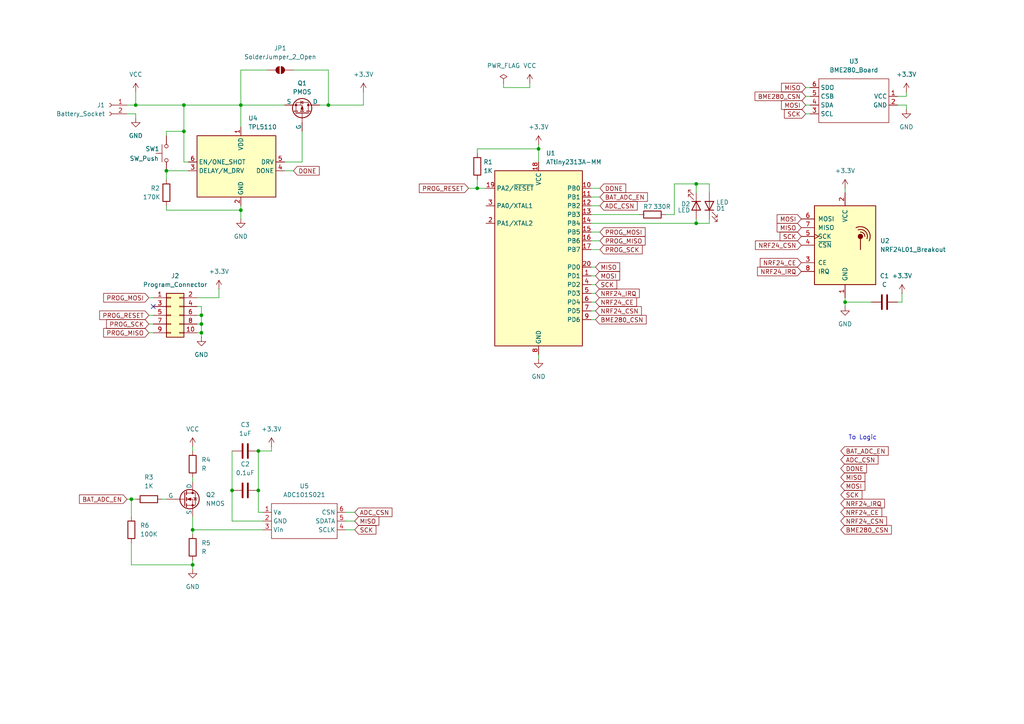
<source format=kicad_sch>
(kicad_sch (version 20250114) (generator "eeschema") (generator_version "9.0")
  (paper "A4")
  (lib_symbols
    (symbol "Connector:Conn_01x02_Socket" (pin_names (offset 1.016) (hide yes))
      (property "Reference" "J" (at 0 2.54 0))
      (property "Value" "Conn_01x02_Socket" (at 0 -5.08 0))
      (symbol "Conn_01x02_Socket_1_1"
        (polyline (pts (xy -1.27 0) (xy -0.508 0)) (stroke (width 0.1524)))
        (polyline (pts (xy -1.27 -2.54) (xy -0.508 -2.54)) (stroke (width 0.1524)))
        (arc (start 0 -0.508) (mid -0.5058 0) (end 0 0.508) (stroke (width 0.1524)))
        (arc (start 0 -3.048) (mid -0.5058 -2.54) (end 0 -2.032) (stroke (width 0.1524)))
        (pin passive line (at -5.08 0 0) (length 3.81) (name "Pin_1") (number "1"))
        (pin passive line (at -5.08 -2.54 0) (length 3.81) (name "Pin_2") (number "2"))
      )
    )
    (symbol "Connector_Generic:Conn_02x05_Odd_Even" (pin_names (offset 1.016) (hide yes))
      (property "Reference" "J" (at 1.27 7.62 0))
      (property "Value" "Conn_02x05_Odd_Even" (at 1.27 -7.62 0))
      (symbol "Conn_02x05_Odd_Even_1_1"
        (rectangle (start -1.27 6.35) (end 3.81 -6.35) (stroke (width 0.254)) (fill (type background)))
        (rectangle (start -1.27 5.207) (end 0 4.953) (stroke (width 0.1524)))
        (rectangle (start -1.27 2.667) (end 0 2.413) (stroke (width 0.1524)))
        (rectangle (start -1.27 0.127) (end 0 -0.127) (stroke (width 0.1524)))
        (rectangle (start -1.27 -2.413) (end 0 -2.667) (stroke (width 0.1524)))
        (rectangle (start -1.27 -4.953) (end 0 -5.207) (stroke (width 0.1524)))
        (rectangle (start 3.81 5.207) (end 2.54 4.953) (stroke (width 0.1524)))
        (rectangle (start 3.81 2.667) (end 2.54 2.413) (stroke (width 0.1524)))
        (rectangle (start 3.81 0.127) (end 2.54 -0.127) (stroke (width 0.1524)))
        (rectangle (start 3.81 -2.413) (end 2.54 -2.667) (stroke (width 0.1524)))
        (rectangle (start 3.81 -4.953) (end 2.54 -5.207) (stroke (width 0.1524)))
        (pin passive line (at -5.08 5.08 0) (length 3.81) (name "Pin_1") (number "1"))
        (pin passive line (at -5.08 2.54 0) (length 3.81) (name "Pin_3") (number "3"))
        (pin passive line (at -5.08 0 0) (length 3.81) (name "Pin_5") (number "5"))
        (pin passive line (at -5.08 -2.54 0) (length 3.81) (name "Pin_7") (number "7"))
        (pin passive line (at -5.08 -5.08 0) (length 3.81) (name "Pin_9") (number "9"))
        (pin passive line (at 7.62 5.08 180) (length 3.81) (name "Pin_2") (number "2"))
        (pin passive line (at 7.62 2.54 180) (length 3.81) (name "Pin_4") (number "4"))
        (pin passive line (at 7.62 0 180) (length 3.81) (name "Pin_6") (number "6"))
        (pin passive line (at 7.62 -2.54 180) (length 3.81) (name "Pin_8") (number "8"))
        (pin passive line (at 7.62 -5.08 180) (length 3.81) (name "Pin_10") (number "10"))
      )
    )
    (symbol "CustomBartek:ADC101S021"
      (property "Reference" "U" (at 0.508 11.176 0))
      (property "Value" "ADC101S021" (at 9.652 11.176 0))
      (symbol "ADC101S021_0_0"
        (pin unspecified line (at -2.54 7.62 0) (length 2.54) (name "Va") (number "1"))
        (pin unspecified line (at -2.54 5.08 0) (length 2.54) (name "GND") (number "2"))
        (pin unspecified line (at -2.54 2.54 0) (length 2.54) (name "Vin") (number "3"))
        (pin unspecified line (at 21.59 7.62 180) (length 2.54) (name "CSN") (number "6"))
        (pin unspecified line (at 21.59 5.08 180) (length 2.54) (name "SDATA") (number "5"))
        (pin unspecified line (at 21.59 2.54 180) (length 2.54) (name "SCLK") (number "4"))
      )
      (symbol "ADC101S021_0_1"
        (rectangle (start 0 10.16) (end 19.05 0))
      )
    )
    (symbol "CustomBartek:BME280_Board"
      (property "Reference" "U" (at 3.302 16.256 0))
      (property "Value" "BME280_Board" (at 9.906 14.224 0))
      (symbol "BME280_Board_0_0"
        (pin unspecified line (at -2.54 10.16 0) (length 2.54) (name "SDO") (number "6"))
        (pin unspecified line (at -2.54 7.62 0) (length 2.54) (name "CSB") (number "5"))
        (pin unspecified line (at -2.54 5.08 0) (length 2.54) (name "SDA") (number "4"))
        (pin unspecified line (at -2.54 2.54 0) (length 2.54) (name "SCL") (number "3"))
        (pin unspecified line (at 22.86 7.62 180) (length 2.54) (name "VCC") (number "1"))
        (pin unspecified line (at 22.86 5.08 180) (length 2.54) (name "GND") (number "2"))
      )
      (symbol "BME280_Board_0_1"
        (rectangle (start 0 12.7) (end 20.32 0))
      )
    )
    (symbol "Device:C" (pin_numbers (hide yes)) (pin_names (offset 0.254))
      (property "Reference" "C" (at 0.635 2.54 0))
      (property "Value" "C" (at 0.635 -2.54 0))
      (symbol "C_0_1"
        (polyline (pts (xy -2.032 0.762) (xy 2.032 0.762)) (stroke (width 0.508)))
        (polyline (pts (xy -2.032 -0.762) (xy 2.032 -0.762)) (stroke (width 0.508)))
      )
      (symbol "C_1_1"
        (pin passive line (at 0 3.81 270) (length 2.794) (name "~") (number "1"))
        (pin passive line (at 0 -3.81 90) (length 2.794) (name "~") (number "2"))
      )
    )
    (symbol "Device:LED" (pin_numbers (hide yes)) (pin_names (offset 1.016) (hide yes))
      (property "Reference" "D" (at 0 2.54 0))
      (property "Value" "LED" (at 0 -2.54 0))
      (symbol "LED_0_1"
        (polyline (pts (xy -3.048 -0.762) (xy -4.572 -2.286) (xy -3.81 -2.286) (xy -4.572 -2.286) (xy -4.572 -1.524)))
        (polyline (pts (xy -1.778 -0.762) (xy -3.302 -2.286) (xy -2.54 -2.286) (xy -3.302 -2.286) (xy -3.302 -1.524)))
        (polyline (pts (xy -1.27 0) (xy 1.27 0)))
        (polyline (pts (xy -1.27 -1.27) (xy -1.27 1.27)) (stroke (width 0.254)))
        (polyline (pts (xy 1.27 -1.27) (xy 1.27 1.27) (xy -1.27 0) (xy 1.27 -1.27)) (stroke (width 0.254)))
      )
      (symbol "LED_1_1"
        (pin passive line (at -3.81 0 0) (length 2.54) (name "K") (number "1"))
        (pin passive line (at 3.81 0 180) (length 2.54) (name "A") (number "2"))
      )
    )
    (symbol "Device:R" (pin_numbers (hide yes)) (pin_names (offset 0))
      (property "Reference" "R" (at 2.032 0 90))
      (property "Value" "R" (at 0 0 90))
      (symbol "R_0_1"
        (rectangle (start -1.016 -2.54) (end 1.016 2.54) (stroke (width 0.254)))
      )
      (symbol "R_1_1"
        (pin passive line (at 0 3.81 270) (length 1.27) (name "~") (number "1"))
        (pin passive line (at 0 -3.81 90) (length 1.27) (name "~") (number "2"))
      )
    )
    (symbol "Jumper:SolderJumper_2_Open" (pin_numbers (hide yes)) (pin_names (offset 0) (hide yes)) (exclude_from_sim yes) (in_bom no)
      (property "Reference" "JP" (at 0 2.032 0))
      (property "Value" "SolderJumper_2_Open" (at 0 -2.54 0))
      (symbol "SolderJumper_2_Open_0_1"
        (polyline (pts (xy -0.254 1.016) (xy -0.254 -1.016)))
        (arc (start -0.254 -1.016) (mid -1.2656 0) (end -0.254 1.016))
        (arc (start -0.254 -1.016) (mid -1.2656 0) (end -0.254 1.016) (fill (type outline)))
        (arc (start 0.254 1.016) (mid 1.2656 0) (end 0.254 -1.016))
        (arc (start 0.254 1.016) (mid 1.2656 0) (end 0.254 -1.016) (fill (type outline)))
        (polyline (pts (xy 0.254 1.016) (xy 0.254 -1.016)))
      )
      (symbol "SolderJumper_2_Open_1_1"
        (pin passive line (at -3.81 0 0) (length 2.54) (name "A") (number "1"))
        (pin passive line (at 3.81 0 180) (length 2.54) (name "B") (number "2"))
      )
    )
    (symbol "MCU_Microchip_ATtiny:ATtiny2313A-MM"
      (property "Reference" "U" (at -12.7 26.67 0))
      (property "Value" "ATtiny2313A-MM" (at 2.54 -26.67 0))
      (symbol "ATtiny2313A-MM_0_1"
        (rectangle (start -12.7 -25.4) (end 12.7 25.4) (stroke (width 0.254)) (fill (type background)))
      )
      (symbol "ATtiny2313A-MM_1_1"
        (pin bidirectional line (at -15.24 20.32 0) (length 2.54) (name "PA2/~{RESET}") (number "19"))
        (pin bidirectional line (at -15.24 15.24 0) (length 2.54) (name "PA0/XTAL1") (number "3"))
        (pin bidirectional line (at -15.24 10.16 0) (length 2.54) (name "PA1/XTAL2") (number "2"))
        (pin power_in line (at 0 27.94 270) (length 2.54) (name "VCC") (number "18"))
        (pin passive line (at 0 -27.94 90) (length 2.54) (hide yes) (name "GND") (number "21"))
        (pin power_in line (at 0 -27.94 90) (length 2.54) (name "GND") (number "8"))
        (pin bidirectional line (at 15.24 20.32 180) (length 2.54) (name "PB0") (number "10"))
        (pin bidirectional line (at 15.24 17.78 180) (length 2.54) (name "PB1") (number "11"))
        (pin bidirectional line (at 15.24 15.24 180) (length 2.54) (name "PB2") (number "12"))
        (pin bidirectional line (at 15.24 12.7 180) (length 2.54) (name "PB3") (number "13"))
        (pin bidirectional line (at 15.24 10.16 180) (length 2.54) (name "PB4") (number "14"))
        (pin bidirectional line (at 15.24 7.62 180) (length 2.54) (name "PB5") (number "15"))
        (pin bidirectional line (at 15.24 5.08 180) (length 2.54) (name "PB6") (number "16"))
        (pin bidirectional line (at 15.24 2.54 180) (length 2.54) (name "PB7") (number "17"))
        (pin bidirectional line (at 15.24 -2.54 180) (length 2.54) (name "PD0") (number "20"))
        (pin bidirectional line (at 15.24 -5.08 180) (length 2.54) (name "PD1") (number "1"))
        (pin bidirectional line (at 15.24 -7.62 180) (length 2.54) (name "PD2") (number "4"))
        (pin bidirectional line (at 15.24 -10.16 180) (length 2.54) (name "PD3") (number "5"))
        (pin bidirectional line (at 15.24 -12.7 180) (length 2.54) (name "PD4") (number "6"))
        (pin bidirectional line (at 15.24 -15.24 180) (length 2.54) (name "PD5") (number "7"))
        (pin bidirectional line (at 15.24 -17.78 180) (length 2.54) (name "PD6") (number "9"))
      )
    )
    (symbol "RF:NRF24L01_Breakout" (pin_names (offset 1.016))
      (property "Reference" "U" (at -8.89 12.7 0))
      (property "Value" "NRF24L01_Breakout" (at 3.81 12.7 0))
      (symbol "NRF24L01_Breakout_0_1"
        (rectangle (start -8.89 11.43) (end 8.89 -11.43) (stroke (width 0.254)) (fill (type background)))
        (arc (start 3.175 5.08) (mid 6.453 4.548) (end 6.985 1.27) (stroke (width 0.254)))
        (circle (center 4.445 2.54) (radius 0.635) (stroke (width 0.254)) (fill (type outline)))
        (polyline (pts (xy 4.445 1.905) (xy 4.445 -1.27)) (stroke (width 0.254)))
        (arc (start 3.81 4.445) (mid 5.8835 3.9785) (end 6.35 1.905) (stroke (width 0.254)))
        (arc (start 4.445 3.81) (mid 5.3558 3.4508) (end 5.715 2.54) (stroke (width 0.254)))
      )
      (symbol "NRF24L01_Breakout_1_1"
        (pin input line (at -12.7 7.62 0) (length 3.81) (name "MOSI") (number "6"))
        (pin output line (at -12.7 5.08 0) (length 3.81) (name "MISO") (number "7"))
        (pin input clock (at -12.7 2.54 0) (length 3.81) (name "SCK") (number "5"))
        (pin input line (at -12.7 0 0) (length 3.81) (name "~{CSN}") (number "4"))
        (pin input line (at -12.7 -5.08 0) (length 3.81) (name "CE") (number "3"))
        (pin output line (at -12.7 -7.62 0) (length 3.81) (name "IRQ") (number "8"))
        (pin power_in line (at 0 15.24 270) (length 3.81) (name "VCC") (number "2"))
        (pin power_in line (at 0 -15.24 90) (length 3.81) (name "GND") (number "1"))
      )
    )
    (symbol "Simulation_SPICE:NMOS" (pin_numbers (hide yes)) (pin_names (offset 0))
      (property "Reference" "Q" (at 5.08 1.27 0))
      (property "Value" "NMOS" (at 5.08 -1.27 0))
      (symbol "NMOS_0_1"
        (polyline (pts (xy 0.254 1.905) (xy 0.254 -1.905)) (stroke (width 0.254)))
        (polyline (pts (xy 0.254 0) (xy -2.54 0)))
        (polyline (pts (xy 0.762 2.286) (xy 0.762 1.27)) (stroke (width 0.254)))
        (polyline (pts (xy 0.762 0.508) (xy 0.762 -0.508)) (stroke (width 0.254)))
        (polyline (pts (xy 0.762 -1.27) (xy 0.762 -2.286)) (stroke (width 0.254)))
        (polyline (pts (xy 0.762 -1.778) (xy 3.302 -1.778) (xy 3.302 1.778) (xy 0.762 1.778)))
        (polyline (pts (xy 1.016 0) (xy 2.032 0.381) (xy 2.032 -0.381) (xy 1.016 0)) (fill (type outline)))
        (circle (center 1.651 0) (radius 2.794) (stroke (width 0.254)))
        (polyline (pts (xy 2.54 2.54) (xy 2.54 1.778)))
        (circle (center 2.54 1.778) (radius 0.254) (fill (type outline)))
        (circle (center 2.54 -1.778) (radius 0.254) (fill (type outline)))
        (polyline (pts (xy 2.54 -2.54) (xy 2.54 0) (xy 0.762 0)))
        (polyline (pts (xy 2.794 0.508) (xy 2.921 0.381) (xy 3.683 0.381) (xy 3.81 0.254)))
        (polyline (pts (xy 3.302 0.381) (xy 2.921 -0.254) (xy 3.683 -0.254) (xy 3.302 0.381)))
      )
      (symbol "NMOS_1_1"
        (pin input line (at -5.08 0 0) (length 2.54) (name "G") (number "2"))
        (pin passive line (at 2.54 5.08 270) (length 2.54) (name "D") (number "1"))
        (pin passive line (at 2.54 -5.08 90) (length 2.54) (name "S") (number "3"))
      )
    )
    (symbol "Simulation_SPICE:PMOS" (pin_numbers (hide yes)) (pin_names (offset 0))
      (property "Reference" "Q" (at 5.08 1.27 0))
      (property "Value" "PMOS" (at 5.08 -1.27 0))
      (symbol "PMOS_0_1"
        (polyline (pts (xy 0.254 1.905) (xy 0.254 -1.905)) (stroke (width 0.254)))
        (polyline (pts (xy 0.254 0) (xy -2.54 0)))
        (polyline (pts (xy 0.762 2.286) (xy 0.762 1.27)) (stroke (width 0.254)))
        (polyline (pts (xy 0.762 1.778) (xy 3.302 1.778) (xy 3.302 -1.778) (xy 0.762 -1.778)))
        (polyline (pts (xy 0.762 0.508) (xy 0.762 -0.508)) (stroke (width 0.254)))
        (polyline (pts (xy 0.762 -1.27) (xy 0.762 -2.286)) (stroke (width 0.254)))
        (circle (center 1.651 0) (radius 2.794) (stroke (width 0.254)))
        (polyline (pts (xy 2.286 0) (xy 1.27 0.381) (xy 1.27 -0.381) (xy 2.286 0)) (fill (type outline)))
        (polyline (pts (xy 2.54 2.54) (xy 2.54 1.778)))
        (circle (center 2.54 1.778) (radius 0.254) (fill (type outline)))
        (circle (center 2.54 -1.778) (radius 0.254) (fill (type outline)))
        (polyline (pts (xy 2.54 -2.54) (xy 2.54 0) (xy 0.762 0)))
        (polyline (pts (xy 2.794 -0.508) (xy 2.921 -0.381) (xy 3.683 -0.381) (xy 3.81 -0.254)))
        (polyline (pts (xy 3.302 -0.381) (xy 2.921 0.254) (xy 3.683 0.254) (xy 3.302 -0.381)))
      )
      (symbol "PMOS_1_1"
        (pin input line (at -5.08 0 0) (length 2.54) (name "G") (number "2"))
        (pin passive line (at 2.54 5.08 270) (length 2.54) (name "D") (number "1"))
        (pin passive line (at 2.54 -5.08 90) (length 2.54) (name "S") (number "3"))
      )
    )
    (symbol "Switch:SW_Push" (pin_numbers (hide yes)) (pin_names (offset 1.016) (hide yes))
      (property "Reference" "SW" (at 1.27 2.54 0))
      (property "Value" "SW_Push" (at 0 -1.524 0))
      (symbol "SW_Push_0_1"
        (circle (center -2.032 0) (radius 0.508))
        (polyline (pts (xy 0 1.27) (xy 0 3.048)))
        (circle (center 2.032 0) (radius 0.508))
        (polyline (pts (xy 2.54 1.27) (xy -2.54 1.27)))
        (pin passive line (at -5.08 0 0) (length 2.54) (name "1") (number "1"))
        (pin passive line (at 5.08 0 180) (length 2.54) (name "2") (number "2"))
      )
    )
    (symbol "Timer:TPL5110"
      (property "Reference" "U" (at -10.16 8.89 0))
      (property "Value" "TPL5110" (at 6.35 8.89 0))
      (symbol "TPL5110_0_1"
        (rectangle (start -12.7 7.62) (end 10.16 -10.16) (stroke (width 0.254)) (fill (type background)))
      )
      (symbol "TPL5110_1_1"
        (pin input line (at -15.24 0 0) (length 2.54) (name "EN/ONE_SHOT") (number "6"))
        (pin input line (at -15.24 -2.54 0) (length 2.54) (name "DELAY/M_DRV") (number "3"))
        (pin power_in line (at 0 10.16 270) (length 2.54) (name "VDD") (number "1"))
        (pin power_in line (at 0 -12.7 90) (length 2.54) (name "GND") (number "2"))
        (pin output line (at 12.7 0 180) (length 2.54) (name "DRV") (number "5"))
        (pin input line (at 12.7 -2.54 180) (length 2.54) (name "DONE") (number "4"))
      )
    )
    (symbol "power:+3.3V" (power) (pin_numbers (hide yes)) (pin_names (offset 0) (hide yes))
      (property "Value" "+3.3V" (at 0 3.556 0))
      (symbol "+3.3V_0_1"
        (polyline (pts (xy -0.762 1.27) (xy 0 2.54)))
        (polyline (pts (xy 0 2.54) (xy 0.762 1.27)))
        (polyline (pts (xy 0 0) (xy 0 2.54)))
      )
      (symbol "+3.3V_1_1"
        (pin power_in line (at 0 0 90) (length 0) (name "~") (number "1"))
      )
    )
    (symbol "power:GND" (power) (pin_numbers (hide yes)) (pin_names (offset 0) (hide yes))
      (property "Value" "GND" (at 0 -3.81 0))
      (symbol "GND_0_1"
        (polyline (pts (xy 0 0) (xy 0 -1.27) (xy 1.27 -1.27) (xy 0 -2.54) (xy -1.27 -1.27) (xy 0 -1.27)))
      )
      (symbol "GND_1_1"
        (pin power_in line (at 0 0 270) (length 0) (name "~") (number "1"))
      )
    )
    (symbol "power:PWR_FLAG" (power) (pin_numbers (hide yes)) (pin_names (offset 0) (hide yes))
      (property "Value" "PWR_FLAG" (at 0 3.81 0))
      (symbol "PWR_FLAG_0_0"
        (pin power_out line (at 0 0 90) (length 0) (name "~") (number "1"))
      )
      (symbol "PWR_FLAG_0_1"
        (polyline (pts (xy 0 0) (xy 0 1.27) (xy -1.016 1.905) (xy 0 2.54) (xy 1.016 1.905) (xy 0 1.27)))
      )
    )
    (symbol "power:VCC" (power) (pin_numbers (hide yes)) (pin_names (offset 0) (hide yes))
      (property "Value" "VCC" (at 0 3.556 0))
      (symbol "VCC_0_1"
        (polyline (pts (xy -0.762 1.27) (xy 0 2.54)))
        (polyline (pts (xy 0 2.54) (xy 0.762 1.27)))
        (polyline (pts (xy 0 0) (xy 0 2.54)))
      )
      (symbol "VCC_1_1"
        (pin power_in line (at 0 0 90) (length 0) (name "~") (number "1"))
      )
    )
  )
  (text "To Logic" (at 250.19 127 0) (effects (font (size 1.27 1.27))))
  (junction (at 74.93 142.24))
  (junction (at 201.93 53.34))
  (junction (at 138.43 54.61))
  (junction (at 53.34 30.48))
  (junction (at 201.93 64.77))
  (junction (at 95.25 30.48))
  (junction (at 69.85 30.48))
  (junction (at 55.88 153.67))
  (junction (at 48.26 49.53))
  (junction (at 74.93 130.81))
  (junction (at 38.1 144.78))
  (junction (at 69.85 60.96))
  (junction (at 39.37 30.48))
  (junction (at 58.42 96.52))
  (junction (at 67.31 142.24))
  (junction (at 245.11 87.63))
  (junction (at 55.88 163.83))
  (junction (at 58.42 91.44))
  (junction (at 156.21 43.18))
  (junction (at 58.42 93.98))
  (junction (at 53.34 38.1))
  (no_connect (at 44.45 88.9))
  (wire (pts (xy 55.88 162.56) (xy 55.88 163.83)))
  (wire (pts (xy 48.26 49.53) (xy 48.26 52.07)))
  (wire (pts (xy 69.85 30.48) (xy 82.55 30.48)))
  (wire (pts (xy 171.45 87.63) (xy 172.72 87.63)))
  (wire (pts (xy 57.15 93.98) (xy 58.42 93.98)))
  (wire (pts (xy 36.83 33.02) (xy 39.37 33.02)))
  (wire (pts (xy 156.21 43.18) (xy 156.21 46.99)))
  (wire (pts (xy 156.21 102.87) (xy 156.21 104.14)))
  (wire (pts (xy 95.25 20.32) (xy 95.25 30.48)))
  (wire (pts (xy 38.1 163.83) (xy 55.88 163.83)))
  (wire (pts (xy 58.42 96.52) (xy 58.42 97.79)))
  (wire (pts (xy 171.45 62.23) (xy 185.42 62.23)))
  (wire (pts (xy 55.88 138.43) (xy 55.88 139.7)))
  (wire (pts (xy 39.37 33.02) (xy 39.37 34.29)))
  (wire (pts (xy 156.21 41.91) (xy 156.21 43.18)))
  (wire (pts (xy 53.34 30.48) (xy 69.85 30.48)))
  (wire (pts (xy 233.68 30.48) (xy 234.95 30.48)))
  (wire (pts (xy 146.05 25.4) (xy 153.67 25.4)))
  (wire (pts (xy 172.72 82.55) (xy 171.45 82.55)))
  (wire (pts (xy 138.43 43.18) (xy 156.21 43.18)))
  (wire (pts (xy 78.74 130.81) (xy 74.93 130.81)))
  (wire (pts (xy 171.45 59.69) (xy 173.99 59.69)))
  (wire (pts (xy 193.04 62.23) (xy 195.58 62.23)))
  (wire (pts (xy 57.15 86.36) (xy 63.5 86.36)))
  (wire (pts (xy 135.89 54.61) (xy 138.43 54.61)))
  (wire (pts (xy 76.2 151.13) (xy 67.31 151.13)))
  (wire (pts (xy 48.26 49.53) (xy 54.61 49.53)))
  (wire (pts (xy 53.34 38.1) (xy 53.34 46.99)))
  (wire (pts (xy 53.34 30.48) (xy 53.34 38.1)))
  (wire (pts (xy 171.45 85.09) (xy 172.72 85.09)))
  (wire (pts (xy 172.72 77.47) (xy 171.45 77.47)))
  (wire (pts (xy 138.43 54.61) (xy 138.43 52.07)))
  (wire (pts (xy 69.85 30.48) (xy 69.85 20.32)))
  (wire (pts (xy 43.18 91.44) (xy 44.45 91.44)))
  (wire (pts (xy 48.26 59.69) (xy 48.26 60.96)))
  (wire (pts (xy 205.74 64.77) (xy 205.74 63.5)))
  (wire (pts (xy 201.93 53.34) (xy 205.74 53.34)))
  (wire (pts (xy 233.68 33.02) (xy 234.95 33.02)))
  (wire (pts (xy 233.68 27.94) (xy 234.95 27.94)))
  (wire (pts (xy 201.93 53.34) (xy 201.93 55.88)))
  (wire (pts (xy 262.89 30.48) (xy 262.89 31.75)))
  (wire (pts (xy 43.18 93.98) (xy 44.45 93.98)))
  (wire (pts (xy 63.5 86.36) (xy 63.5 83.82)))
  (wire (pts (xy 57.15 91.44) (xy 58.42 91.44)))
  (wire (pts (xy 171.45 69.85) (xy 173.99 69.85)))
  (wire (pts (xy 67.31 151.13) (xy 67.31 142.24)))
  (wire (pts (xy 69.85 30.48) (xy 69.85 36.83)))
  (wire (pts (xy 36.83 144.78) (xy 38.1 144.78)))
  (wire (pts (xy 195.58 62.23) (xy 195.58 53.34)))
  (wire (pts (xy 146.05 24.13) (xy 146.05 25.4)))
  (wire (pts (xy 100.33 148.59) (xy 102.87 148.59)))
  (wire (pts (xy 233.68 25.4) (xy 234.95 25.4)))
  (wire (pts (xy 57.15 88.9) (xy 58.42 88.9)))
  (wire (pts (xy 69.85 60.96) (xy 69.85 63.5)))
  (wire (pts (xy 55.88 154.94) (xy 55.88 153.67)))
  (wire (pts (xy 82.55 49.53) (xy 85.09 49.53)))
  (wire (pts (xy 92.71 30.48) (xy 95.25 30.48)))
  (wire (pts (xy 245.11 86.36) (xy 245.11 87.63)))
  (wire (pts (xy 87.63 46.99) (xy 87.63 38.1)))
  (wire (pts (xy 55.88 165.1) (xy 55.88 163.83)))
  (wire (pts (xy 58.42 88.9) (xy 58.42 91.44)))
  (wire (pts (xy 260.35 30.48) (xy 262.89 30.48)))
  (wire (pts (xy 95.25 30.48) (xy 105.41 30.48)))
  (wire (pts (xy 172.72 80.01) (xy 171.45 80.01)))
  (wire (pts (xy 171.45 67.31) (xy 173.99 67.31)))
  (wire (pts (xy 69.85 59.69) (xy 69.85 60.96)))
  (wire (pts (xy 153.67 25.4) (xy 153.67 24.13)))
  (wire (pts (xy 171.45 90.17) (xy 172.72 90.17)))
  (wire (pts (xy 74.93 130.81) (xy 74.93 142.24)))
  (wire (pts (xy 195.58 53.34) (xy 201.93 53.34)))
  (wire (pts (xy 38.1 157.48) (xy 38.1 163.83)))
  (wire (pts (xy 58.42 91.44) (xy 58.42 93.98)))
  (wire (pts (xy 105.41 30.48) (xy 105.41 26.67)))
  (wire (pts (xy 245.11 54.61) (xy 245.11 55.88)))
  (wire (pts (xy 54.61 46.99) (xy 53.34 46.99)))
  (wire (pts (xy 43.18 86.36) (xy 44.45 86.36)))
  (wire (pts (xy 58.42 93.98) (xy 58.42 96.52)))
  (wire (pts (xy 76.2 148.59) (xy 74.93 148.59)))
  (wire (pts (xy 43.18 96.52) (xy 44.45 96.52)))
  (wire (pts (xy 38.1 144.78) (xy 38.1 149.86)))
  (wire (pts (xy 48.26 38.1) (xy 53.34 38.1)))
  (wire (pts (xy 245.11 87.63) (xy 245.11 88.9)))
  (wire (pts (xy 262.89 26.67) (xy 262.89 27.94)))
  (wire (pts (xy 100.33 153.67) (xy 102.87 153.67)))
  (wire (pts (xy 205.74 55.88) (xy 205.74 53.34)))
  (wire (pts (xy 48.26 60.96) (xy 69.85 60.96)))
  (wire (pts (xy 67.31 130.81) (xy 67.31 142.24)))
  (wire (pts (xy 260.35 87.63) (xy 261.62 87.63)))
  (wire (pts (xy 55.88 149.86) (xy 55.88 153.67)))
  (wire (pts (xy 39.37 30.48) (xy 53.34 30.48)))
  (wire (pts (xy 138.43 44.45) (xy 138.43 43.18)))
  (wire (pts (xy 55.88 129.54) (xy 55.88 130.81)))
  (wire (pts (xy 245.11 87.63) (xy 252.73 87.63)))
  (wire (pts (xy 171.45 57.15) (xy 173.99 57.15)))
  (wire (pts (xy 201.93 63.5) (xy 201.93 64.77)))
  (wire (pts (xy 46.99 144.78) (xy 48.26 144.78)))
  (wire (pts (xy 55.88 153.67) (xy 76.2 153.67)))
  (wire (pts (xy 74.93 142.24) (xy 74.93 148.59)))
  (wire (pts (xy 36.83 30.48) (xy 39.37 30.48)))
  (wire (pts (xy 48.26 38.1) (xy 48.26 39.37)))
  (wire (pts (xy 69.85 20.32) (xy 77.47 20.32)))
  (wire (pts (xy 57.15 96.52) (xy 58.42 96.52)))
  (wire (pts (xy 171.45 64.77) (xy 201.93 64.77)))
  (wire (pts (xy 39.37 30.48) (xy 39.37 26.67)))
  (wire (pts (xy 171.45 92.71) (xy 172.72 92.71)))
  (wire (pts (xy 140.97 54.61) (xy 138.43 54.61)))
  (wire (pts (xy 171.45 54.61) (xy 173.99 54.61)))
  (wire (pts (xy 78.74 130.81) (xy 78.74 129.54)))
  (wire (pts (xy 82.55 46.99) (xy 87.63 46.99)))
  (wire (pts (xy 201.93 64.77) (xy 205.74 64.77)))
  (wire (pts (xy 171.45 72.39) (xy 173.99 72.39)))
  (wire (pts (xy 260.35 27.94) (xy 262.89 27.94)))
  (wire (pts (xy 38.1 144.78) (xy 39.37 144.78)))
  (wire (pts (xy 261.62 87.63) (xy 261.62 85.09)))
  (wire (pts (xy 85.09 20.32) (xy 95.25 20.32)))
  (wire (pts (xy 100.33 151.13) (xy 102.87 151.13)))
  (global_label "NRF24_IRQ" (shape input) (at 172.72 85.09 0) (property "Intersheetrefs" "${INTERSHEET_REFS}" (effects (hide yes))))
  (global_label "BME280_CSN" (shape input) (at 233.68 27.94 180) (property "Intersheetrefs" "${INTERSHEET_REFS}" (effects (hide yes))))
  (global_label "BAT_ADC_EN" (shape input) (at 243.84 130.81 0) (property "Intersheetrefs" "${INTERSHEET_REFS}" (effects (hide yes))))
  (global_label "PROG_SCK" (shape input) (at 43.18 93.98 180) (property "Intersheetrefs" "${INTERSHEET_REFS}" (effects (hide yes))))
  (global_label "SCK" (shape input) (at 232.41 68.58 180) (property "Intersheetrefs" "${INTERSHEET_REFS}" (effects (hide yes))))
  (global_label "NRF24_CSN" (shape input) (at 172.72 90.17 0) (property "Intersheetrefs" "${INTERSHEET_REFS}" (effects (hide yes))))
  (global_label "NRF24_CSN" (shape input) (at 232.41 71.12 180) (property "Intersheetrefs" "${INTERSHEET_REFS}" (effects (hide yes))))
  (global_label "ADC_CSN" (shape input) (at 173.99 59.69 0) (property "Intersheetrefs" "${INTERSHEET_REFS}" (effects (hide yes))))
  (global_label "BME280_CSN" (shape input) (at 172.72 92.71 0) (property "Intersheetrefs" "${INTERSHEET_REFS}" (effects (hide yes))))
  (global_label "MISO" (shape input) (at 232.41 66.04 180) (property "Intersheetrefs" "${INTERSHEET_REFS}" (effects (hide yes))))
  (global_label "PROG_RESET" (shape input) (at 135.89 54.61 180) (property "Intersheetrefs" "${INTERSHEET_REFS}" (effects (hide yes))))
  (global_label "MOSI" (shape input) (at 232.41 63.5 180) (property "Intersheetrefs" "${INTERSHEET_REFS}" (effects (hide yes))))
  (global_label "NRF24_CE" (shape input) (at 232.41 76.2 180) (property "Intersheetrefs" "${INTERSHEET_REFS}" (effects (hide yes))))
  (global_label "MOSI" (shape input) (at 172.72 80.01 0) (property "Intersheetrefs" "${INTERSHEET_REFS}" (effects (hide yes))))
  (global_label "BAT_ADC_EN" (shape input) (at 173.99 57.15 0) (property "Intersheetrefs" "${INTERSHEET_REFS}" (effects (hide yes))))
  (global_label "DONE" (shape input) (at 85.09 49.53 0) (property "Intersheetrefs" "${INTERSHEET_REFS}" (effects (hide yes))))
  (global_label "PROG_MISO" (shape input) (at 43.18 96.52 180) (property "Intersheetrefs" "${INTERSHEET_REFS}" (effects (hide yes))))
  (global_label "ADC_CSN" (shape input) (at 243.84 133.35 0) (property "Intersheetrefs" "${INTERSHEET_REFS}" (effects (hide yes))))
  (global_label "DONE" (shape input) (at 173.99 54.61 0) (property "Intersheetrefs" "${INTERSHEET_REFS}" (effects (hide yes))))
  (global_label "MOSI" (shape input) (at 233.68 30.48 180) (property "Intersheetrefs" "${INTERSHEET_REFS}" (effects (hide yes))))
  (global_label "MOSI" (shape input) (at 243.84 140.97 0) (property "Intersheetrefs" "${INTERSHEET_REFS}" (effects (hide yes))))
  (global_label "ADC_CSN" (shape input) (at 102.87 148.59 0) (property "Intersheetrefs" "${INTERSHEET_REFS}" (effects (hide yes))))
  (global_label "SCK" (shape input) (at 172.72 82.55 0) (property "Intersheetrefs" "${INTERSHEET_REFS}" (effects (hide yes))))
  (global_label "BAT_ADC_EN" (shape input) (at 36.83 144.78 180) (property "Intersheetrefs" "${INTERSHEET_REFS}" (effects (hide yes))))
  (global_label "DONE" (shape input) (at 243.84 135.89 0) (property "Intersheetrefs" "${INTERSHEET_REFS}" (effects (hide yes))))
  (global_label "NRF24_CE" (shape input) (at 172.72 87.63 0) (property "Intersheetrefs" "${INTERSHEET_REFS}" (effects (hide yes))))
  (global_label "MISO" (shape input) (at 243.84 138.43 0) (property "Intersheetrefs" "${INTERSHEET_REFS}" (effects (hide yes))))
  (global_label "SCK" (shape input) (at 102.87 153.67 0) (property "Intersheetrefs" "${INTERSHEET_REFS}" (effects (hide yes))))
  (global_label "NRF24_IRQ" (shape input) (at 232.41 78.74 180) (property "Intersheetrefs" "${INTERSHEET_REFS}" (effects (hide yes))))
  (global_label "BME280_CSN" (shape input) (at 243.84 153.67 0) (property "Intersheetrefs" "${INTERSHEET_REFS}" (effects (hide yes))))
  (global_label "PROG_RESET" (shape input) (at 43.18 91.44 180) (property "Intersheetrefs" "${INTERSHEET_REFS}" (effects (hide yes))))
  (global_label "MISO" (shape input) (at 102.87 151.13 0) (property "Intersheetrefs" "${INTERSHEET_REFS}" (effects (hide yes))))
  (global_label "NRF24_CSN" (shape input) (at 243.84 151.13 0) (property "Intersheetrefs" "${INTERSHEET_REFS}" (effects (hide yes))))
  (global_label "SCK" (shape input) (at 243.84 143.51 0) (property "Intersheetrefs" "${INTERSHEET_REFS}" (effects (hide yes))))
  (global_label "PROG_MISO" (shape input) (at 173.99 69.85 0) (property "Intersheetrefs" "${INTERSHEET_REFS}" (effects (hide yes))))
  (global_label "MISO" (shape input) (at 172.72 77.47 0) (property "Intersheetrefs" "${INTERSHEET_REFS}" (effects (hide yes))))
  (global_label "NRF24_CE" (shape input) (at 243.84 148.59 0) (property "Intersheetrefs" "${INTERSHEET_REFS}" (effects (hide yes))))
  (global_label "PROG_MOSI" (shape input) (at 43.18 86.36 180) (property "Intersheetrefs" "${INTERSHEET_REFS}" (effects (hide yes))))
  (global_label "MISO" (shape input) (at 233.68 25.4 180) (property "Intersheetrefs" "${INTERSHEET_REFS}" (effects (hide yes))))
  (global_label "NRF24_IRQ" (shape input) (at 243.84 146.05 0) (property "Intersheetrefs" "${INTERSHEET_REFS}" (effects (hide yes))))
  (global_label "PROG_SCK" (shape input) (at 173.99 72.39 0) (property "Intersheetrefs" "${INTERSHEET_REFS}" (effects (hide yes))))
  (global_label "PROG_MOSI" (shape input) (at 173.99 67.31 0) (property "Intersheetrefs" "${INTERSHEET_REFS}" (effects (hide yes))))
  (global_label "SCK" (shape input) (at 233.68 33.02 180) (property "Intersheetrefs" "${INTERSHEET_REFS}" (effects (hide yes))))
  (symbol (lib_id "Timer:TPL5110") (at 69.85 46.99 0) (unit 1)
    (property "Reference" "U4" (at 71.9933 34.29 0) (effects (justify left)))
    (property "Value" "TPL5110" (at 71.9933 36.83 0) (effects (justify left)))
    (property "Footprint" "Package_TO_SOT_SMD:SOT-23-6" (effects (hide yes)))
    (property "Datasheet" "http://www.ti.com/lit/ds/symlink/tpl5110.pdf" (effects (hide yes)))
    (property "Description" "Timer, Nano Power, Active-Low, 35 nA, 100 ms to 7200 s, VDD 1.8V to 5.5V, Iout max 1mA, SOT-23-6" (effects (hide yes)))
  )
  (symbol (lib_id "power:+3.3V") (at 63.5 83.82 0) (unit 1)
    (property "Reference" "#PWR013" (effects (hide yes)))
    (property "Value" "+3.3V" (at 63.5 78.74 0))
    (property "Description" "Power symbol creates a global label with name \"+3.3V\"" (effects (hide yes)))
  )
  (symbol (lib_id "Simulation_SPICE:PMOS") (at 87.63 33.02 270) (mirror x) (unit 1)
    (property "Reference" "Q1" (at 87.63 24.13 90))
    (property "Value" "PMOS" (at 87.63 26.67 90))
    (property "Datasheet" "https://ngspice.sourceforge.io/docs/ngspice-html-manual/manual.xhtml#cha_MOSFETs" (effects (hide yes)))
    (property "Description" "P-MOSFET transistor, drain/source/gate" (effects (hide yes)))
    (property "Sim.Device" "PMOS" (effects (hide yes)))
    (property "Sim.Type" "VDMOS" (effects (hide yes)))
    (property "Sim.Pins" "1=D 2=G 3=S" (effects (hide yes)))
  )
  (symbol (lib_id "power:GND") (at 262.89 31.75 0) (unit 1)
    (property "Reference" "#PWR05" (effects (hide yes)))
    (property "Value" "GND" (at 262.89 36.83 0))
    (property "Description" "Power symbol creates a global label with name \"GND\" , ground" (effects (hide yes)))
  )
  (symbol (lib_id "Switch:SW_Push") (at 48.26 44.45 90) (unit 1)
    (property "Reference" "SW1" (at 42.164 43.18 90) (effects (justify right)))
    (property "Value" "SW_Push" (at 37.592 45.974 90) (effects (justify right)))
    (property "Footprint" "Button_Switch_SMD:SW_MEC_5GSH9" (effects (hide yes)))
    (property "Description" "Push button switch, generic, two pins" (effects (hide yes)))
  )
  (symbol (lib_id "power:GND") (at 69.85 63.5 0) (unit 1)
    (property "Reference" "#PWR010" (effects (hide yes)))
    (property "Value" "GND" (at 69.85 68.58 0))
    (property "Description" "Power symbol creates a global label with name \"GND\" , ground" (effects (hide yes)))
  )
  (symbol (lib_id "power:VCC") (at 39.37 26.67 0) (unit 1)
    (property "Reference" "#PWR01" (effects (hide yes)))
    (property "Value" "VCC" (at 39.37 21.59 0))
    (property "Description" "Power symbol creates a global label with name \"VCC\"" (effects (hide yes)))
  )
  (symbol (lib_id "Device:R") (at 189.23 62.23 90) (unit 1)
    (property "Reference" "R7" (at 189.23 59.944 90) (effects (justify left)))
    (property "Value" "330R" (at 194.564 59.944 90) (effects (justify left)))
    (property "Description" "Resistor" (effects (hide yes)))
  )
  (symbol (lib_id "Device:R") (at 43.18 144.78 270) (unit 1)
    (property "Reference" "R3" (at 43.18 138.43 90))
    (property "Value" "1K" (at 43.18 140.97 90))
    (property "Description" "Resistor" (effects (hide yes)))
  )
  (symbol (lib_id "power:+3.3V") (at 105.41 26.67 0) (unit 1)
    (property "Reference" "#PWR09" (effects (hide yes)))
    (property "Value" "+3.3V" (at 105.41 21.59 0))
    (property "Description" "Power symbol creates a global label with name \"+3.3V\"" (effects (hide yes)))
  )
  (symbol (lib_id "RF:NRF24L01_Breakout") (at 245.11 71.12 0) (unit 1)
    (property "Reference" "U2" (at 255.27 69.8499 0) (effects (justify left)))
    (property "Value" "NRF24L01_Breakout" (at 255.27 72.3899 0) (effects (justify left)))
    (property "Footprint" "RF_Module:nRF24L01_Breakout" (effects (hide yes)))
    (property "Datasheet" "http://www.nordicsemi.com/eng/content/download/2730/34105/file/nRF24L01_Product_Specification_v2_0.pdf" (effects (hide yes)))
    (property "Description" "Ultra low power 2.4GHz RF Transceiver, Carrier PCB" (effects (hide yes)))
  )
  (symbol (lib_id "Device:C") (at 71.12 142.24 90) (unit 1)
    (property "Reference" "C2" (at 71.12 134.62 90))
    (property "Value" "0.1uF" (at 71.12 137.16 90))
    (property "Description" "Unpolarized capacitor" (effects (hide yes)))
  )
  (symbol (lib_id "Simulation_SPICE:NMOS") (at 53.34 144.78 0) (unit 1)
    (property "Reference" "Q2" (at 59.69 143.5099 0) (effects (justify left)))
    (property "Value" "NMOS" (at 59.69 146.0499 0) (effects (justify left)))
    (property "Datasheet" "https://ngspice.sourceforge.io/docs/ngspice-html-manual/manual.xhtml#cha_MOSFETs" (effects (hide yes)))
    (property "Description" "N-MOSFET transistor, drain/source/gate" (effects (hide yes)))
    (property "Sim.Device" "NMOS" (effects (hide yes)))
    (property "Sim.Type" "VDMOS" (effects (hide yes)))
    (property "Sim.Pins" "1=D 2=G 3=S" (effects (hide yes)))
  )
  (symbol (lib_id "power:GND") (at 156.21 104.14 0) (unit 1)
    (property "Reference" "#PWR03" (effects (hide yes)))
    (property "Value" "GND" (at 156.21 109.22 0))
    (property "Description" "Power symbol creates a global label with name \"GND\" , ground" (effects (hide yes)))
  )
  (symbol (lib_id "power:VCC") (at 55.88 129.54 0) (unit 1)
    (property "Reference" "#PWR016" (effects (hide yes)))
    (property "Value" "VCC" (at 55.88 124.46 0))
    (property "Description" "Power symbol creates a global label with name \"VCC\"" (effects (hide yes)))
  )
  (symbol (lib_id "Device:R") (at 138.43 48.26 0) (unit 1)
    (property "Reference" "R1" (at 140.208 46.99 0) (effects (justify left)))
    (property "Value" "1K" (at 140.208 49.53 0) (effects (justify left)))
    (property "Description" "Resistor" (effects (hide yes)))
  )
  (symbol (lib_id "power:+3.3V") (at 245.11 54.61 0) (unit 1)
    (property "Reference" "#PWR06" (effects (hide yes)))
    (property "Value" "+3.3V" (at 245.11 49.53 0))
    (property "Description" "Power symbol creates a global label with name \"+3.3V\"" (effects (hide yes)))
  )
  (symbol (lib_id "Device:C") (at 71.12 130.81 270) (unit 1)
    (property "Reference" "C3" (at 71.12 123.19 90))
    (property "Value" "1uF" (at 71.12 125.73 90))
    (property "Description" "Unpolarized capacitor" (effects (hide yes)))
  )
  (symbol (lib_id "power:+3.3V") (at 261.62 85.09 0) (unit 1)
    (property "Reference" "#PWR08" (effects (hide yes)))
    (property "Value" "+3.3V" (at 261.62 80.01 0))
    (property "Description" "Power symbol creates a global label with name \"+3.3V\"" (effects (hide yes)))
  )
  (symbol (lib_id "Device:LED") (at 201.93 59.69 270) (unit 1)
    (property "Reference" "D2" (at 198.882 59.182 90))
    (property "Value" "LED" (at 198.374 60.96 90))
    (property "Description" "Light emitting diode" (effects (hide yes)))
    (property "Sim.Pins" "1=K 2=A" (effects (hide yes)))
  )
  (symbol (lib_id "power:GND") (at 58.42 97.79 0) (unit 1)
    (property "Reference" "#PWR012" (effects (hide yes)))
    (property "Value" "GND" (at 58.42 102.87 0))
    (property "Description" "Power symbol creates a global label with name \"GND\" , ground" (effects (hide yes)))
  )
  (symbol (lib_id "power:GND") (at 39.37 34.29 0) (unit 1)
    (property "Reference" "#PWR011" (effects (hide yes)))
    (property "Value" "GND" (at 39.37 39.37 0))
    (property "Description" "Power symbol creates a global label with name \"GND\" , ground" (effects (hide yes)))
  )
  (symbol (lib_id "MCU_Microchip_ATtiny:ATtiny2313A-MM") (at 156.21 74.93 0) (unit 1)
    (property "Reference" "U1" (at 158.3533 44.45 0) (effects (justify left)))
    (property "Value" "ATtiny2313A-MM" (at 158.3533 46.99 0) (effects (justify left)))
    (property "Footprint" "Package_DFN_QFN:VQFN-20-1EP_3x3mm_P0.45mm_EP1.55x1.55mm" (effects (hide yes)))
    (property "Datasheet" "http://ww1.microchip.com/downloads/en/DeviceDoc/doc8246.pdf" (effects (hide yes)))
    (property "Description" "20MHz, 2kB Flash, 128B SRAM, 128B EEPROM, QFN-20" (effects (hide yes)))
  )
  (symbol (lib_id "power:VCC") (at 153.67 24.13 0) (unit 1)
    (property "Reference" "#PWR017" (effects (hide yes)))
    (property "Value" "VCC" (at 153.67 19.05 0))
    (property "Description" "Power symbol creates a global label with name \"VCC\"" (effects (hide yes)))
  )
  (symbol (lib_id "Device:R") (at 48.26 55.88 0) (unit 1)
    (property "Reference" "R2" (at 43.688 54.61 0) (effects (justify left)))
    (property "Value" "170K" (at 41.402 57.15 0) (effects (justify left)))
    (property "Description" "Resistor" (effects (hide yes)))
  )
  (symbol (lib_id "power:GND") (at 55.88 165.1 0) (unit 1)
    (property "Reference" "#PWR015" (effects (hide yes)))
    (property "Value" "GND" (at 55.88 170.18 0))
    (property "Description" "Power symbol creates a global label with name \"GND\" , ground" (effects (hide yes)))
  )
  (symbol (lib_id "Jumper:SolderJumper_2_Open") (at 81.28 20.32 0) (unit 1) (in_bom no)
    (property "Reference" "JP1" (at 81.28 13.97 0))
    (property "Value" "SolderJumper_2_Open" (at 81.28 16.51 0))
    (property "Description" "Solder Jumper, 2-pole, open" (effects (hide yes)))
  )
  (symbol (lib_id "Device:R") (at 55.88 158.75 0) (unit 1)
    (property "Reference" "R5" (at 58.42 157.4799 0) (effects (justify left)))
    (property "Value" "R" (at 58.42 160.0199 0) (effects (justify left)))
    (property "Description" "Resistor" (effects (hide yes)))
  )
  (symbol (lib_id "Device:R") (at 38.1 153.67 0) (unit 1)
    (property "Reference" "R6" (at 40.64 152.3999 0) (effects (justify left)))
    (property "Value" "100K" (at 40.64 154.9399 0) (effects (justify left)))
    (property "Description" "Resistor" (effects (hide yes)))
  )
  (symbol (lib_id "power:PWR_FLAG") (at 146.05 24.13 0) (unit 1)
    (property "Reference" "#FLG01" (effects (hide yes)))
    (property "Value" "PWR_FLAG" (at 146.05 19.05 0))
    (property "Description" "Special symbol for telling ERC where power comes from" (effects (hide yes)))
  )
  (symbol (lib_id "power:+3.3V") (at 78.74 129.54 0) (unit 1)
    (property "Reference" "#PWR014" (effects (hide yes)))
    (property "Value" "+3.3V" (at 78.74 124.46 0))
    (property "Description" "Power symbol creates a global label with name \"+3.3V\"" (effects (hide yes)))
  )
  (symbol (lib_id "power:+3.3V") (at 156.21 41.91 0) (unit 1)
    (property "Reference" "#PWR02" (effects (hide yes)))
    (property "Value" "+3.3V" (at 156.21 36.83 0))
    (property "Description" "Power symbol creates a global label with name \"+3.3V\"" (effects (hide yes)))
  )
  (symbol (lib_id "Device:R") (at 55.88 134.62 0) (unit 1)
    (property "Reference" "R4" (at 58.42 133.3499 0) (effects (justify left)))
    (property "Value" "R" (at 58.42 135.8899 0) (effects (justify left)))
    (property "Description" "Resistor" (effects (hide yes)))
  )
  (symbol (lib_id "power:+3.3V") (at 262.89 26.67 0) (unit 1)
    (property "Reference" "#PWR04" (effects (hide yes)))
    (property "Value" "+3.3V" (at 262.89 21.59 0))
    (property "Description" "Power symbol creates a global label with name \"+3.3V\"" (effects (hide yes)))
  )
  (symbol (lib_id "Connector:Conn_01x02_Socket") (at 31.75 30.48 0) (mirror y) (unit 1)
    (property "Reference" "J1" (at 30.48 30.4799 0) (effects (justify left)))
    (property "Value" "Battery_Socket" (at 30.48 33.0199 0) (effects (justify left)))
    (property "Footprint" "Connector_AMASS:AMASS_XT30U-F_1x02_P5.0mm_Vertical" (effects (hide yes)))
    (property "Description" "Generic connector, single row, 01x02, script generated" (effects (hide yes)))
  )
  (symbol (lib_id "Connector_Generic:Conn_02x05_Odd_Even") (at 49.53 91.44 0) (unit 1)
    (property "Reference" "J2" (at 50.8 80.01 0))
    (property "Value" "Program_Connector" (at 50.8 82.55 0))
    (property "Description" "Generic connector, double row, 02x05, odd/even pin numbering scheme (row 1 odd numbers, row 2 even numbers), script generated (kicad-library-utils/schlib/autogen/connector/)" (effects (hide yes)))
  )
  (symbol (lib_id "Device:LED") (at 205.74 59.69 90) (unit 1)
    (property "Reference" "D1" (at 209.042 60.452 90))
    (property "Value" "LED" (at 209.55 58.674 90))
    (property "Description" "Light emitting diode" (effects (hide yes)))
    (property "Sim.Pins" "1=K 2=A" (effects (hide yes)))
  )
  (symbol (lib_id "power:GND") (at 245.11 88.9 0) (unit 1)
    (property "Reference" "#PWR07" (effects (hide yes)))
    (property "Value" "GND" (at 245.11 93.98 0))
    (property "Description" "Power symbol creates a global label with name \"GND\" , ground" (effects (hide yes)))
  )
  (symbol (lib_id "Device:C") (at 256.54 87.63 270) (unit 1)
    (property "Reference" "C1" (at 256.54 80.01 90))
    (property "Value" "C" (at 256.54 82.55 90))
    (property "Description" "Unpolarized capacitor" (effects (hide yes)))
  )
  (symbol (lib_id "CustomBartek:ADC101S021") (at 78.74 156.21 0) (unit 1)
    (property "Reference" "U5" (at 88.265 140.97 0))
    (property "Value" "ADC101S021" (at 88.265 143.51 0))
  )
  (symbol (lib_id "CustomBartek:BME280_Board") (at 237.49 35.56 0) (unit 1)
    (property "Reference" "U3" (at 247.65 17.78 0))
    (property "Value" "BME280_Board" (at 247.65 20.32 0))
  )
)
</source>
